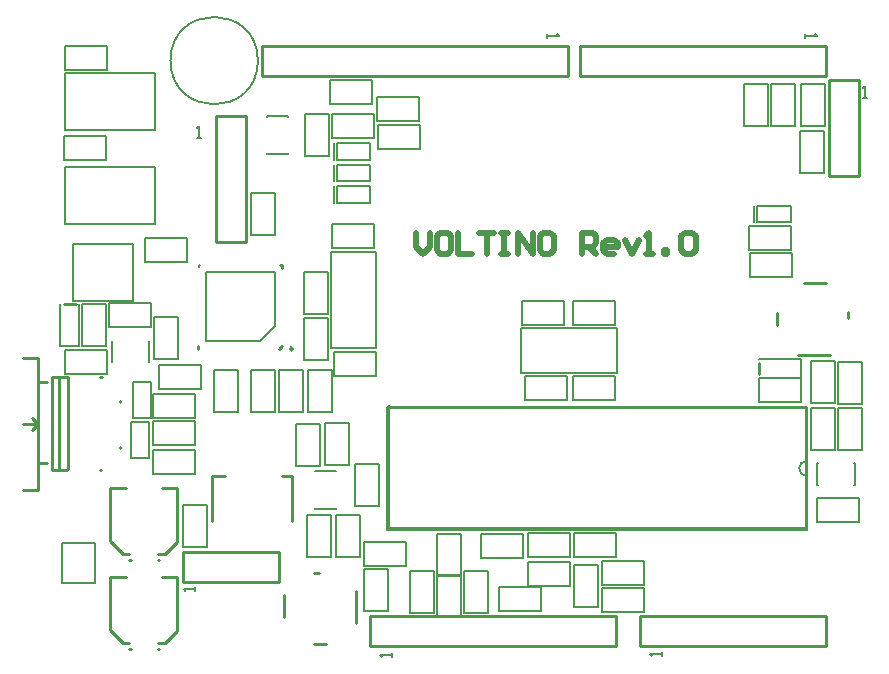
<source format=gto>
G04*
G04 #@! TF.GenerationSoftware,Altium Limited,Altium Designer,25.4.2 (15)*
G04*
G04 Layer_Color=65535*
%FSLAX44Y44*%
%MOMM*%
G71*
G04*
G04 #@! TF.SameCoordinates,EB978DBB-77F5-4BF1-8C58-C0B6FF9767F6*
G04*
G04*
G04 #@! TF.FilePolarity,Positive*
G04*
G01*
G75*
%ADD10C,0.2000*%
%ADD11C,0.2540*%
%ADD12C,0.5000*%
D10*
X168826Y508508D02*
G03*
X168826Y508508I-37000J0D01*
G01*
X633476Y169672D02*
G03*
X633476Y156972I0J-6350D01*
G01*
X142240Y210820D02*
X152400D01*
X132080Y246380D02*
X152400D01*
X132080Y210820D02*
Y246380D01*
Y210820D02*
X142240D01*
X152400D02*
Y246380D01*
X397220Y63840D02*
Y74000D01*
X432780Y63840D02*
Y84160D01*
X397220D02*
X432780D01*
X397220Y74000D02*
Y84160D01*
Y63840D02*
X432780D01*
X435220Y305160D02*
X470780D01*
Y284840D02*
Y295000D01*
X435220Y284840D02*
X470780D01*
X435220D02*
Y305160D01*
X470780Y295000D02*
Y305160D01*
X657098Y179070D02*
Y214630D01*
X636778Y179070D02*
X646938D01*
X636778D02*
Y214630D01*
X657098D01*
X646938Y179070D02*
X657098D01*
X232936Y388224D02*
Y402224D01*
X263936Y388224D02*
Y402224D01*
X235936D02*
X263936D01*
X235936Y388224D02*
X263936D01*
X235936D02*
Y402224D01*
X629000Y239794D02*
Y255794D01*
X593000D02*
X629000D01*
X593000Y239794D02*
X629000D01*
X591790Y371460D02*
Y385460D01*
Y371460D02*
X619790D01*
X591790Y385460D02*
X619790D01*
Y371460D02*
Y385460D01*
X588790Y371460D02*
Y385460D01*
X12700Y305170D02*
X63500D01*
Y353430D01*
X12700Y305170D02*
Y353430D01*
X63500D01*
X5334Y497840D02*
X81534D01*
X5334Y449580D02*
Y497840D01*
X81534Y449580D02*
Y497840D01*
X5334Y449580D02*
X81534D01*
X620522Y348488D02*
Y352048D01*
X584962Y348488D02*
X620522D01*
X584962D02*
Y368808D01*
X620522D01*
Y352048D02*
Y368808D01*
X31000Y66000D02*
Y100000D01*
X3000Y66000D02*
X31000D01*
X3000D02*
Y100000D01*
X31000D01*
X162582Y396459D02*
X179342D01*
X162582Y360899D02*
Y396459D01*
Y360899D02*
X182902D01*
Y396459D01*
X179342D02*
X182902D01*
X631400Y413220D02*
X648160D01*
Y448780D01*
X627840D02*
X648160D01*
X627840Y413220D02*
Y448780D01*
Y413220D02*
X631400D01*
X337308Y73354D02*
X340868D01*
Y37794D02*
Y73354D01*
X320548Y37794D02*
X340868D01*
X320548D02*
Y73354D01*
X337308D01*
X430780Y220840D02*
Y224400D01*
X395220Y220840D02*
X430780D01*
X395220D02*
Y241160D01*
X430780D01*
Y224400D02*
Y241160D01*
X663960Y179070D02*
X680720D01*
Y214630D01*
X660400D02*
X680720D01*
X660400Y179070D02*
Y214630D01*
Y179070D02*
X663960D01*
X653650Y253854D02*
X657210D01*
Y218294D02*
Y253854D01*
X636890Y218294D02*
X657210D01*
X636890D02*
Y253854D01*
X653650D01*
X118694Y333528D02*
Y335560D01*
X118948Y335814D01*
X120218D01*
X170300Y270850D02*
X183150Y283700D01*
X124850Y270850D02*
X170300D01*
X124850D02*
Y329150D01*
X183150D01*
Y283700D02*
Y329150D01*
X633476Y169672D02*
Y215392D01*
Y111252D02*
Y156972D01*
X277876Y111252D02*
X633476D01*
X277876Y215392D02*
X633476D01*
X277876Y111252D02*
Y215392D01*
X674520Y149458D02*
Y167458D01*
X642520Y149458D02*
Y167458D01*
X673870Y149458D02*
X674520D01*
X673870Y167458D02*
X674520D01*
X642520D02*
X643170D01*
X642520Y149458D02*
X643170D01*
X472640Y254640D02*
Y282050D01*
X391360D02*
X472640D01*
X391360Y243950D02*
Y282050D01*
X472640Y243950D02*
Y254640D01*
X391360Y243950D02*
X472640D01*
X61380Y202240D02*
X76620D01*
X61380Y171760D02*
Y202240D01*
X76620Y171760D02*
Y202240D01*
X61380Y171760D02*
X76620D01*
X221488Y165608D02*
Y201168D01*
X201168Y165608D02*
X211328D01*
X201168D02*
Y201168D01*
X221488D01*
X211328Y165608D02*
X221488D01*
X620776Y335788D02*
Y345948D01*
X585216Y325628D02*
Y345948D01*
Y325628D02*
X620776D01*
Y335788D01*
X585216Y345948D02*
X620776D01*
X642620Y137922D02*
X678180D01*
Y117602D02*
Y127762D01*
X642620Y117602D02*
X678180D01*
X642620D02*
Y137922D01*
X678180Y127762D02*
Y137922D01*
X427780Y295000D02*
Y305160D01*
X392220Y284840D02*
Y305160D01*
Y284840D02*
X427780D01*
Y295000D01*
X392220Y305160D02*
X427780D01*
X228160Y294220D02*
Y329780D01*
X207840Y294220D02*
X218000D01*
X207840D02*
Y329780D01*
X228160D01*
X218000Y294220D02*
X228160D01*
X5334Y369824D02*
X81534D01*
Y418084D01*
X5334Y369824D02*
Y418084D01*
X81534D01*
X460220Y41840D02*
X495780D01*
X460220Y52000D02*
Y62160D01*
X495780D01*
Y41840D02*
Y62160D01*
X460220Y41840D02*
Y52000D01*
X457160Y45720D02*
Y81280D01*
X436840Y45720D02*
X447000D01*
X436840D02*
Y81280D01*
X457160D01*
X447000Y45720D02*
X457160D01*
X231688Y349572D02*
X267248D01*
X231688Y359732D02*
Y369892D01*
X267248D01*
Y349572D02*
Y369892D01*
X231688Y349572D02*
Y359732D01*
X233188Y241572D02*
X268748D01*
X233188Y251732D02*
Y261892D01*
X268748D01*
Y241572D02*
Y261892D01*
X233188Y241572D02*
Y251732D01*
X230918Y265092D02*
Y346372D01*
Y265092D02*
X241608D01*
X230918Y346372D02*
X269018D01*
Y265092D02*
Y346372D01*
X241608Y265092D02*
X269018D01*
X267462Y442976D02*
Y446536D01*
X231902Y442976D02*
X267462D01*
X231902D02*
Y463296D01*
X267462D01*
Y446536D02*
Y463296D01*
X250952Y131064D02*
X254512D01*
X250952D02*
Y166624D01*
X271272D01*
Y131064D02*
Y166624D01*
X254512Y131064D02*
X271272D01*
X194420Y429516D02*
Y430166D01*
X176420Y429516D02*
Y430166D01*
Y460866D02*
Y461516D01*
X194420Y460866D02*
Y461516D01*
X176420Y429516D02*
X194420D01*
X176420Y461516D02*
X194420D01*
X234806Y129288D02*
Y129938D01*
X216806Y129288D02*
Y129938D01*
Y160638D02*
Y161288D01*
X234806Y160638D02*
Y161288D01*
X216806Y129288D02*
X234806D01*
X216806Y161288D02*
X234806D01*
X76310Y271128D02*
X76960D01*
X76310Y253128D02*
X76960D01*
X44960D02*
X45610D01*
X44960Y271128D02*
X45610D01*
X76960Y253128D02*
Y271128D01*
X44960Y253128D02*
Y271128D01*
X109220Y341634D02*
Y358394D01*
X73660D02*
X109220D01*
X73660Y338074D02*
Y358394D01*
Y338074D02*
X109220D01*
Y341634D01*
X80220Y205840D02*
Y222600D01*
Y205840D02*
X115780D01*
Y226160D01*
X80220D02*
X115780D01*
X80220Y222600D02*
Y226160D01*
Y182840D02*
Y199600D01*
Y182840D02*
X115780D01*
Y203160D01*
X80220D02*
X115780D01*
X80220Y199600D02*
Y203160D01*
X393294Y90682D02*
Y107442D01*
X357734D02*
X393294D01*
X357734Y87122D02*
Y107442D01*
Y87122D02*
X393294D01*
Y90682D01*
X294640Y84078D02*
Y100838D01*
X259080D02*
X294640D01*
X259080Y80518D02*
Y100838D01*
Y80518D02*
X294640D01*
Y84078D01*
X5588Y243586D02*
Y260346D01*
Y243586D02*
X41148D01*
Y263906D01*
X5588D02*
X41148D01*
X5588Y260346D02*
Y263906D01*
X235936Y424546D02*
Y438546D01*
Y424546D02*
X263936D01*
X235936Y438546D02*
X263936D01*
Y424546D02*
Y438546D01*
X232936Y424546D02*
Y438546D01*
X235936Y406258D02*
Y420258D01*
Y406258D02*
X263936D01*
X235936Y420258D02*
X263936D01*
Y406258D02*
Y420258D01*
X232936Y406258D02*
Y420258D01*
X80840Y291780D02*
X97600D01*
X80840Y256220D02*
Y291780D01*
Y256220D02*
X101160D01*
Y291780D01*
X97600D02*
X101160D01*
X628780Y222686D02*
Y239446D01*
X593220D02*
X628780D01*
X593220Y219126D02*
Y239446D01*
Y219126D02*
X628780D01*
Y222686D01*
X259080Y77724D02*
X275840D01*
X259080Y42164D02*
Y77724D01*
Y42164D02*
X279400D01*
Y77724D01*
X275840D02*
X279400D01*
X23372Y266700D02*
X40132D01*
Y302260D01*
X19812D02*
X40132D01*
X19812Y266700D02*
Y302260D01*
Y266700D02*
X23372D01*
X660400Y253746D02*
X677160D01*
X660400Y218186D02*
Y253746D01*
Y218186D02*
X680720D01*
Y253746D01*
X677160D02*
X680720D01*
X231160Y211220D02*
Y246780D01*
X210840Y211220D02*
X221000D01*
X210840D02*
Y246780D01*
X231160D01*
X221000Y211220D02*
X231160D01*
X5080Y445008D02*
X40640D01*
Y424688D02*
Y434848D01*
X5080Y424688D02*
X40640D01*
X5080D02*
Y445008D01*
X40640Y434848D02*
Y445008D01*
X105840Y96720D02*
Y132280D01*
X116000D02*
X126160D01*
Y96720D02*
Y132280D01*
X105840Y96720D02*
X126160D01*
X105840Y132280D02*
X116000D01*
X210058Y88138D02*
Y123698D01*
X220218D02*
X230378D01*
Y88138D02*
Y123698D01*
X210058Y88138D02*
X230378D01*
X210058Y123698D02*
X220218D01*
X5854Y520730D02*
X41414D01*
Y500410D02*
Y510570D01*
X5854Y500410D02*
X41414D01*
X5854D02*
Y520730D01*
X41414Y510570D02*
Y520730D01*
X229616Y491998D02*
X265176D01*
Y471678D02*
Y481838D01*
X229616Y471678D02*
X265176D01*
X229616D02*
Y491998D01*
X265176Y481838D02*
Y491998D01*
X460220Y64840D02*
X495780D01*
X460220Y75000D02*
Y85160D01*
X495780D01*
Y64840D02*
Y85160D01*
X460220Y64840D02*
Y75000D01*
X211400Y255220D02*
X228160D01*
Y290780D01*
X207840D02*
X228160D01*
X207840Y255220D02*
Y290780D01*
Y255220D02*
X211400D01*
X305634Y457343D02*
Y460903D01*
X270074Y457343D02*
X305634D01*
X270074D02*
Y477663D01*
X305634D01*
Y460903D02*
Y477663D01*
X270327Y450227D02*
Y453787D01*
X305888D01*
Y433467D02*
Y453787D01*
X270327Y433467D02*
X305888D01*
X270327D02*
Y450227D01*
X603250Y453136D02*
X606810D01*
X603250D02*
Y488696D01*
X623570D01*
Y453136D02*
Y488696D01*
X606810Y453136D02*
X623570D01*
X580136D02*
X583696D01*
X580136D02*
Y488696D01*
X600456D01*
Y453136D02*
Y488696D01*
X583696Y453136D02*
X600456D01*
X115780Y162400D02*
Y179160D01*
X80220D02*
X115780D01*
X80220Y158840D02*
Y179160D01*
Y158840D02*
X115780D01*
Y162400D01*
X320548Y107950D02*
X337308D01*
X320548Y72390D02*
Y107950D01*
Y72390D02*
X340868D01*
Y107950D01*
X337308D02*
X340868D01*
X1652Y266480D02*
Y302480D01*
X17652Y266480D02*
Y302480D01*
X1652Y266480D02*
X17652D01*
X62904Y236240D02*
X78144D01*
X62904Y205760D02*
Y236240D01*
X78144Y205760D02*
Y236240D01*
X62904Y205760D02*
X78144D01*
X218694Y427736D02*
X228854D01*
X208534Y463296D02*
X228854D01*
X208534Y427736D02*
Y463296D01*
Y427736D02*
X218694D01*
X228854D02*
Y463296D01*
X197000Y211220D02*
X207160D01*
X186840Y246780D02*
X207160D01*
X186840Y211220D02*
Y246780D01*
Y211220D02*
X197000D01*
X207160D02*
Y246780D01*
X173000Y211220D02*
X183160D01*
X162840Y246780D02*
X183160D01*
X162840Y211220D02*
Y246780D01*
Y211220D02*
X173000D01*
X183160D02*
Y246780D01*
X638762Y453220D02*
X648922D01*
X628602Y488780D02*
X648922D01*
X628602Y453220D02*
Y488780D01*
Y453220D02*
X638762D01*
X648922D02*
Y488780D01*
X435220Y220840D02*
Y231000D01*
X470780Y220840D02*
Y241160D01*
X435220D02*
X470780D01*
X435220Y231000D02*
Y241160D01*
Y220840D02*
X470780D01*
X408432Y52324D02*
Y62484D01*
X372872Y42164D02*
Y62484D01*
Y42164D02*
X408432D01*
Y52324D01*
X372872Y62484D02*
X408432D01*
X297434Y76200D02*
X307594D01*
X297434Y40640D02*
X317754D01*
Y76200D01*
X307594D02*
X317754D01*
X297434Y40640D02*
Y76200D01*
X343662D02*
X353822D01*
X343662Y40640D02*
X363982D01*
Y76200D01*
X353822D02*
X363982D01*
X343662Y40640D02*
Y76200D01*
X397220Y87840D02*
Y98000D01*
X432780Y87840D02*
Y108160D01*
X397220D02*
X432780D01*
X397220Y98000D02*
Y108160D01*
Y87840D02*
X432780D01*
X436220D02*
Y98000D01*
X471780Y87840D02*
Y108160D01*
X436220D02*
X471780D01*
X436220Y98000D02*
Y108160D01*
Y87840D02*
X471780D01*
X225298Y201270D02*
X235458D01*
X225298Y165710D02*
X245618D01*
Y201270D01*
X235458D02*
X245618D01*
X225298Y165710D02*
Y201270D01*
X78232Y292862D02*
Y303022D01*
X42672Y282702D02*
Y303022D01*
Y282702D02*
X78232D01*
Y292862D01*
X42672Y303022D02*
X78232D01*
X234950Y123800D02*
X245110D01*
X234950Y88240D02*
X255270D01*
Y123800D01*
X245110D02*
X255270D01*
X234950Y88240D02*
Y123800D01*
X120396Y240538D02*
Y250698D01*
X84836Y230378D02*
Y250698D01*
Y230378D02*
X120396D01*
Y240538D01*
X84836Y250698D02*
X120396D01*
X117520Y442920D02*
X120852D01*
X119186D01*
Y452917D01*
X117520Y451251D01*
X413480Y530892D02*
Y527560D01*
Y529226D01*
X423477D01*
X421811Y530892D01*
X115856Y59658D02*
Y62990D01*
Y61324D01*
X105859D01*
X107525Y59658D01*
X511080Y4286D02*
Y7618D01*
Y5952D01*
X501083D01*
X502749Y4286D01*
X631920Y530892D02*
Y527560D01*
Y529226D01*
X641917D01*
X640251Y530892D01*
X282480Y3778D02*
Y7110D01*
Y5444D01*
X272483D01*
X274149Y3778D01*
X681196Y476726D02*
X684528D01*
X682862D01*
Y486723D01*
X681196Y485057D01*
D11*
X198450Y264440D02*
G03*
X198450Y264440I-1270J0D01*
G01*
X60000Y10500D02*
X61000D01*
X84000D02*
X85000D01*
X88000Y71500D02*
X100000D01*
X44000D02*
X57000D01*
X84000Y15500D02*
X90000D01*
X55000D02*
X60000D01*
X44000Y26500D02*
Y71500D01*
Y26500D02*
X55000Y15500D01*
X100000Y25500D02*
Y71500D01*
X90000Y15500D02*
X100000Y25500D01*
X593000Y242794D02*
Y252794D01*
X133300Y461240D02*
X158700D01*
Y354560D02*
Y461240D01*
X133300Y354560D02*
X158700D01*
X133300D02*
Y461240D01*
X7730Y162492D02*
Y240492D01*
X730Y161492D02*
Y240492D01*
X-5270Y161492D02*
X6730D01*
X-5270D02*
Y240492D01*
X7730D01*
X51730Y180492D02*
Y181492D01*
Y219492D02*
Y220492D01*
X34730Y161492D02*
X35730D01*
X34730Y240492D02*
X36730D01*
X-30310Y256372D02*
X-17610D01*
Y144612D02*
Y256372D01*
X-30310Y144612D02*
X-17610D01*
X-30310Y200492D02*
X-17610D01*
X-22690Y205572D02*
X-17610Y200492D01*
X-22690Y195412D02*
X-17610Y200492D01*
Y236052D02*
X-9990D01*
X-17610Y167472D02*
X-9990D01*
X6730Y161492D02*
X7730Y162492D01*
X431800Y495300D02*
Y520700D01*
X172720Y495300D02*
X431800D01*
X172720D02*
Y520700D01*
X431800D01*
X105360Y67300D02*
X186640D01*
Y92700D01*
X105360D02*
X186640D01*
X105360Y67300D02*
Y92700D01*
X492760Y12700D02*
Y38100D01*
X650240D01*
Y12700D02*
Y38100D01*
X492760Y12700D02*
X650240D01*
Y495300D02*
Y520700D01*
X441960Y495300D02*
X650240D01*
X441960D02*
Y520700D01*
X650240D01*
X278676Y112830D02*
X632676D01*
Y214830D01*
X279676D02*
X632676D01*
X278676Y215830D02*
X279676Y214830D01*
X278676Y112830D02*
Y215830D01*
X626000Y259318D02*
X653000D01*
X608000Y284826D02*
Y294826D01*
X631000Y320334D02*
X650000D01*
X668762Y290826D02*
Y295326D01*
X118440Y264440D02*
Y266472D01*
X187528Y335560D02*
X189560D01*
X187020Y264440D02*
X189560Y266980D01*
Y333274D02*
Y335560D01*
X130000Y157000D02*
X140632D01*
X189400D02*
X198000D01*
Y119000D02*
Y157000D01*
X130000Y119000D02*
Y157000D01*
X60000Y86000D02*
X61000D01*
X84000D02*
X85000D01*
X88000Y147000D02*
X100000D01*
X44000D02*
X57000D01*
X84000Y91000D02*
X90000D01*
X55000D02*
X60000D01*
X44000Y102000D02*
Y147000D01*
Y102000D02*
X55000Y91000D01*
X100000Y101000D02*
Y147000D01*
X90000Y91000D02*
X100000Y101000D01*
X252250Y32196D02*
Y59196D01*
X216742Y14196D02*
X226742D01*
X191234Y37196D02*
Y56196D01*
X216242Y74958D02*
X220742D01*
X264160Y12700D02*
X472440D01*
Y38100D01*
X264160D02*
X472440D01*
X264160Y12700D02*
Y38100D01*
X652300Y492040D02*
X677700D01*
Y410760D02*
Y492040D01*
X652300Y410760D02*
X677700D01*
X652300D02*
Y492040D01*
X4652Y302480D02*
X14652D01*
D12*
X302434Y362846D02*
Y350850D01*
X308432Y344852D01*
X314430Y350850D01*
Y362846D01*
X329425D02*
X323427D01*
X320428Y359847D01*
Y347851D01*
X323427Y344852D01*
X329425D01*
X332424Y347851D01*
Y359847D01*
X329425Y362846D01*
X338422D02*
Y344852D01*
X350419D01*
X356417Y362846D02*
X368413D01*
X362415D01*
Y344852D01*
X374411Y362846D02*
X380409D01*
X377410D01*
Y344852D01*
X374411D01*
X380409D01*
X389406D02*
Y362846D01*
X401402Y344852D01*
Y362846D01*
X416397D02*
X410399D01*
X407400Y359847D01*
Y347851D01*
X410399Y344852D01*
X416397D01*
X419396Y347851D01*
Y359847D01*
X416397Y362846D01*
X443388Y344852D02*
Y362846D01*
X452385D01*
X455384Y359847D01*
Y353849D01*
X452385Y350850D01*
X443388D01*
X449386D02*
X455384Y344852D01*
X470380D02*
X464381D01*
X461382Y347851D01*
Y353849D01*
X464381Y356848D01*
X470380D01*
X473379Y353849D01*
Y350850D01*
X461382D01*
X479377Y356848D02*
X485375Y344852D01*
X491373Y356848D01*
X497371Y344852D02*
X503369D01*
X500370D01*
Y362846D01*
X497371Y359847D01*
X512366Y344852D02*
Y347851D01*
X515365D01*
Y344852D01*
X512366D01*
X527361Y359847D02*
X530360Y362846D01*
X536358D01*
X539357Y359847D01*
Y347851D01*
X536358Y344852D01*
X530360D01*
X527361Y347851D01*
Y359847D01*
M02*

</source>
